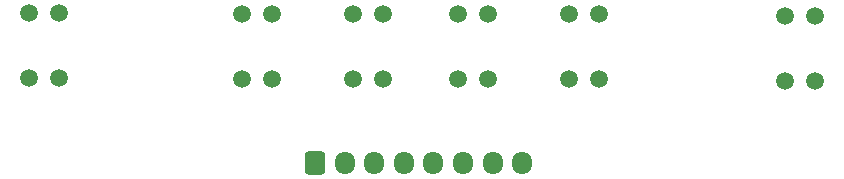
<source format=gbr>
%TF.GenerationSoftware,KiCad,Pcbnew,7.0.5*%
%TF.CreationDate,2023-07-20T19:52:18-07:00*%
%TF.ProjectId,tape sensor smd,74617065-2073-4656-9e73-6f7220736d64,rev?*%
%TF.SameCoordinates,Original*%
%TF.FileFunction,Soldermask,Bot*%
%TF.FilePolarity,Negative*%
%FSLAX46Y46*%
G04 Gerber Fmt 4.6, Leading zero omitted, Abs format (unit mm)*
G04 Created by KiCad (PCBNEW 7.0.5) date 2023-07-20 19:52:18*
%MOMM*%
%LPD*%
G01*
G04 APERTURE LIST*
G04 Aperture macros list*
%AMRoundRect*
0 Rectangle with rounded corners*
0 $1 Rounding radius*
0 $2 $3 $4 $5 $6 $7 $8 $9 X,Y pos of 4 corners*
0 Add a 4 corners polygon primitive as box body*
4,1,4,$2,$3,$4,$5,$6,$7,$8,$9,$2,$3,0*
0 Add four circle primitives for the rounded corners*
1,1,$1+$1,$2,$3*
1,1,$1+$1,$4,$5*
1,1,$1+$1,$6,$7*
1,1,$1+$1,$8,$9*
0 Add four rect primitives between the rounded corners*
20,1,$1+$1,$2,$3,$4,$5,0*
20,1,$1+$1,$4,$5,$6,$7,0*
20,1,$1+$1,$6,$7,$8,$9,0*
20,1,$1+$1,$8,$9,$2,$3,0*%
G04 Aperture macros list end*
%ADD10C,1.500000*%
%ADD11RoundRect,0.250000X-0.600000X-0.725000X0.600000X-0.725000X0.600000X0.725000X-0.600000X0.725000X0*%
%ADD12O,1.700000X1.950000*%
G04 APERTURE END LIST*
D10*
%TO.C,U5*%
X168340000Y-99870000D03*
X170880000Y-99870000D03*
X168340000Y-105370000D03*
X170880000Y-105370000D03*
%TD*%
%TO.C,U2*%
X177700000Y-99920000D03*
X180240000Y-99920000D03*
X177700000Y-105420000D03*
X180240000Y-105420000D03*
%TD*%
%TO.C,U4*%
X214290000Y-100020000D03*
X216830000Y-100020000D03*
X214290000Y-105520000D03*
X216830000Y-105520000D03*
%TD*%
%TO.C,U1*%
X150270000Y-99780000D03*
X152810000Y-99780000D03*
X150270000Y-105280000D03*
X152810000Y-105280000D03*
%TD*%
%TO.C,U6*%
X195980000Y-99920000D03*
X198520000Y-99920000D03*
X195980000Y-105420000D03*
X198520000Y-105420000D03*
%TD*%
D11*
%TO.C,J1*%
X174520000Y-112520000D03*
D12*
X177020000Y-112520000D03*
X179520000Y-112520000D03*
X182020000Y-112520000D03*
X184520000Y-112520000D03*
X187020000Y-112520000D03*
X189520000Y-112520000D03*
X192020000Y-112520000D03*
%TD*%
D10*
%TO.C,U3*%
X186630000Y-99850000D03*
X189170000Y-99850000D03*
X186630000Y-105350000D03*
X189170000Y-105350000D03*
%TD*%
M02*

</source>
